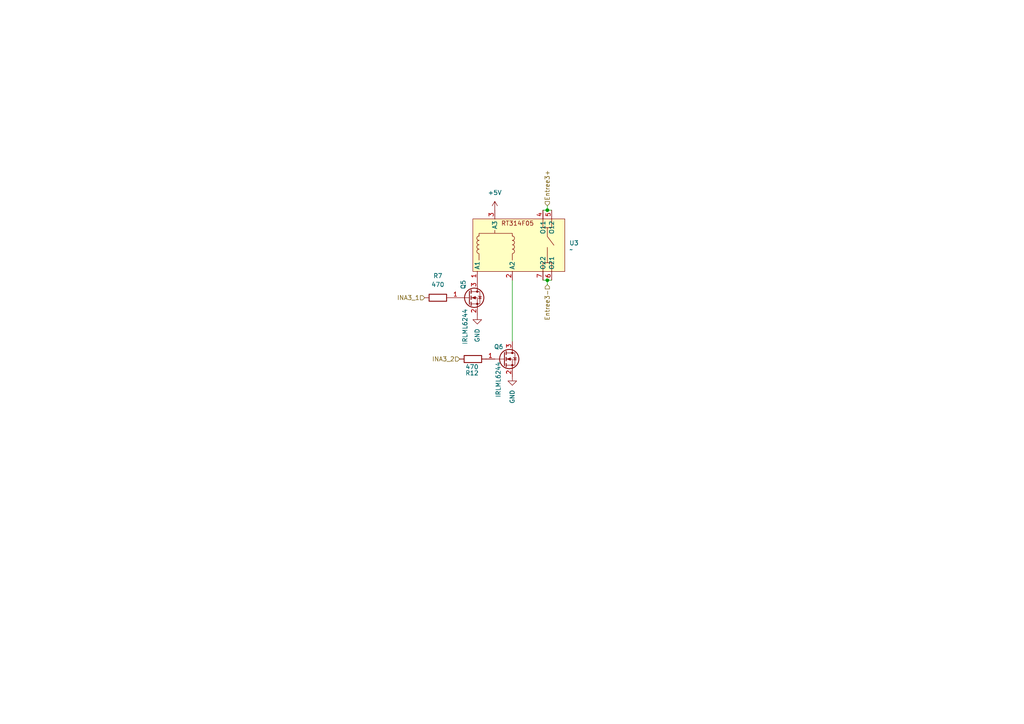
<source format=kicad_sch>
(kicad_sch (version 20250114) (generator "eeschema") (generator_version "9.0")
  (paper "A4")
  (lib_symbols
    (symbol "Device:R" (pin_numbers (hide yes)) (pin_names (offset 0))
      (property "Reference" "R" (at 2.032 0 90))
      (property "Value" "R" (at 0 0 90))
      (symbol "R_0_1"
        (rectangle (start -1.016 -2.54) (end 1.016 2.54) (stroke (width 0.254)))
      )
      (symbol "R_1_1"
        (pin passive line (at 0 3.81 270) (length 1.27) (name "~") (number "1"))
        (pin passive line (at 0 -3.81 90) (length 1.27) (name "~") (number "2"))
      )
    )
    (symbol "RT1_bistable:RT314F05_1"
      (property "Reference" "U" (at 0 0 0))
      (symbol "RT314F05_1_0_1"
        (polyline (pts (xy -16.002 2.667) (xy -16.002 3.429) (xy -6.35 3.429) (xy -6.35 2.667)))
        (arc (start -16.0047 1.397) (mid -16.637 2.032) (end -16.0047 2.667))
        (arc (start -16.0047 0.127) (mid -16.637 0.762) (end -16.0047 1.397))
        (arc (start -16.0047 -1.143) (mid -16.637 -0.508) (end -16.0047 0.127))
        (arc (start -16.0047 -2.413) (mid -16.637 -1.778) (end -16.0047 -1.143))
        (polyline (pts (xy -16.002 -2.54) (xy -16.002 -4.318)))
        (polyline (pts (xy -11.43 3.556) (xy -11.43 4.318)))
        (arc (start -6.3473 2.667) (mid -5.715 2.032) (end -6.3473 1.397))
        (arc (start -6.3473 1.397) (mid -5.715 0.762) (end -6.3473 0.127))
        (arc (start -6.3473 0.127) (mid -5.715 -0.508) (end -6.3473 -1.143))
        (arc (start -6.3473 -1.143) (mid -5.715 -1.778) (end -6.3473 -2.413))
        (polyline (pts (xy -6.35 -2.54) (xy -6.35 -4.318)))
        (polyline (pts (xy 2.54 7.62) (xy 2.54 5.08) (xy 5.08 5.08) (xy 5.08 7.62)))
        (polyline (pts (xy 2.54 -7.62) (xy 2.54 -5.08) (xy 5.08 -5.08) (xy 5.08 -7.62)))
        (polyline (pts (xy 3.81 5.08) (xy 3.81 2.54) (xy 5.715 0)))
        (polyline (pts (xy 3.81 -5.08) (xy 3.81 -0.635)))
      )
      (symbol "RT314F05_1_1_1"
        (rectangle (start -17.78 7.62) (end 8.89 -7.62) (fill (type color) (color 255 255 194 1)))
        (text "RT314F05" (at -4.826 6.35 0) (effects (font (size 1.27 1.27))))
        (pin input line (at -16.51 -10.16 90) (length 2.54) (name "A1") (number "1"))
        (pin input line (at -11.43 10.16 270) (length 2.54) (name "A3") (number "3"))
        (pin input line (at -6.35 -10.16 90) (length 2.54) (name "A2") (number "2"))
        (pin input line (at 2.54 10.16 270) (length 2.54) (name "O11") (number "4"))
        (pin input line (at 2.54 -10.16 90) (length 2.54) (name "O22") (number "7"))
        (pin input line (at 5.08 10.16 270) (length 2.54) (name "O12") (number "5"))
        (pin input line (at 5.08 -10.16 90) (length 2.54) (name "O21") (number "6"))
      )
    )
    (symbol "Transistor_FET:IRLML6244" (pin_names (hide yes))
      (property "Reference" "Q" (at 5.08 1.905 0))
      (property "Value" "IRLML6244" (at 5.08 0 0))
      (symbol "IRLML6244_0_1"
        (polyline (pts (xy 0.254 1.905) (xy 0.254 -1.905)) (stroke (width 0.254)))
        (polyline (pts (xy 0.254 0) (xy -2.54 0)))
        (polyline (pts (xy 0.762 2.286) (xy 0.762 1.27)) (stroke (width 0.254)))
        (polyline (pts (xy 0.762 0.508) (xy 0.762 -0.508)) (stroke (width 0.254)))
        (polyline (pts (xy 0.762 -1.27) (xy 0.762 -2.286)) (stroke (width 0.254)))
        (polyline (pts (xy 0.762 -1.778) (xy 3.302 -1.778) (xy 3.302 1.778) (xy 0.762 1.778)))
        (polyline (pts (xy 1.016 0) (xy 2.032 0.381) (xy 2.032 -0.381) (xy 1.016 0)) (fill (type outline)))
        (circle (center 1.651 0) (radius 2.794) (stroke (width 0.254)))
        (polyline (pts (xy 2.54 2.54) (xy 2.54 1.778)))
        (circle (center 2.54 1.778) (radius 0.254) (fill (type outline)))
        (circle (center 2.54 -1.778) (radius 0.254) (fill (type outline)))
        (polyline (pts (xy 2.54 -2.54) (xy 2.54 0) (xy 0.762 0)))
        (polyline (pts (xy 2.794 0.508) (xy 2.921 0.381) (xy 3.683 0.381) (xy 3.81 0.254)))
        (polyline (pts (xy 3.302 0.381) (xy 2.921 -0.254) (xy 3.683 -0.254) (xy 3.302 0.381)))
      )
      (symbol "IRLML6244_1_1"
        (pin input line (at -5.08 0 0) (length 2.54) (name "G") (number "1"))
        (pin passive line (at 2.54 5.08 270) (length 2.54) (name "D") (number "3"))
        (pin passive line (at 2.54 -5.08 90) (length 2.54) (name "S") (number "2"))
      )
    )
    (symbol "power:+5V" (power) (pin_numbers (hide yes)) (pin_names (offset 0) (hide yes))
      (property "Value" "+5V" (at 0 3.556 0))
      (symbol "+5V_0_1"
        (polyline (pts (xy -0.762 1.27) (xy 0 2.54)))
        (polyline (pts (xy 0 2.54) (xy 0.762 1.27)))
        (polyline (pts (xy 0 0) (xy 0 2.54)))
      )
      (symbol "+5V_1_1"
        (pin power_in line (at 0 0 90) (length 0) (name "~") (number "1"))
      )
    )
    (symbol "power:GND" (power) (pin_numbers (hide yes)) (pin_names (offset 0) (hide yes))
      (property "Value" "GND" (at 0 -3.81 0))
      (symbol "GND_0_1"
        (polyline (pts (xy 0 0) (xy 0 -1.27) (xy 1.27 -1.27) (xy 0 -2.54) (xy -1.27 -1.27) (xy 0 -1.27)))
      )
      (symbol "GND_1_1"
        (pin power_in line (at 0 0 270) (length 0) (name "~") (number "1"))
      )
    )
  )
  (junction (at 158.75 60.96))
  (junction (at 158.75 81.28))
  (wire (pts (xy 158.75 82.55) (xy 158.75 81.28)))
  (wire (pts (xy 158.75 81.28) (xy 160.02 81.28)))
  (wire (pts (xy 158.75 60.96) (xy 160.02 60.96)))
  (wire (pts (xy 148.59 99.06) (xy 148.59 81.28)))
  (wire (pts (xy 157.48 81.28) (xy 158.75 81.28)))
  (wire (pts (xy 157.48 60.96) (xy 158.75 60.96)))
  (wire (pts (xy 158.75 59.69) (xy 158.75 60.96)))
  (hierarchical_label "Entree3+" (shape input) (at 158.75 59.69 90))
  (hierarchical_label "INA3_1" (shape input) (at 123.19 86.36 180))
  (hierarchical_label "INA3_2" (shape input) (at 133.35 104.14 180))
  (hierarchical_label "Entree3-" (shape input) (at 158.75 82.55 270))
  (symbol (lib_id "Device:R") (at 137.16 104.14 90) (unit 1)
    (property "Reference" "R12" (at 136.906 108.204 90))
    (property "Value" "470" (at 136.906 106.426 90))
    (property "Footprint" "Resistor_SMD:R_0603_1608Metric_Pad0.98x0.95mm_HandSolder" (effects (hide yes)))
    (property "Description" "Resistor" (effects (hide yes)))
  )
  (symbol (lib_id "power:GND") (at 138.43 91.44 0) (unit 1)
    (property "Reference" "#PWR028" (effects (hide yes)))
    (property "Value" "GND" (at 138.4299 95.25 90) (effects (justify right)))
    (property "Description" "Power symbol creates a global label with name \"GND\" , ground" (effects (hide yes)))
  )
  (symbol (lib_id "Transistor_FET:IRLML6244") (at 146.05 104.14 0) (unit 1)
    (property "Reference" "Q6" (at 143.256 100.584 0) (effects (justify left)))
    (property "Value" "IRLML6244" (at 144.526 115.316 90) (effects (justify left)))
    (property "Footprint" "Package_TO_SOT_SMD:SOT-23" (effects (hide yes)))
    (property "Datasheet" "https://www.infineon.com/dgdl/Infineon-IRLML6244-DataSheet-v01_01-EN.pdf?fileId=5546d462533600a4015356686fed261f" (effects (hide yes)))
    (property "Description" "6.3A Id, 20V Vds, 21mOhm Rds, N-Channel StrongIRFET Power MOSFET, SOT-23" (effects (hide yes)))
  )
  (symbol (lib_id "Device:R") (at 127 86.36 90) (unit 1)
    (property "Reference" "R11" (at 127 80.01 90))
    (property "Value" "470" (at 127 82.55 90))
    (property "Footprint" "Resistor_SMD:R_0603_1608Metric_Pad0.98x0.95mm_HandSolder" (effects (hide yes)))
    (property "Description" "Resistor" (effects (hide yes)))
    (instances (project "" (path "" (reference "R7") (unit 1)) (path "" (reference "R9") (unit 1)) (path "" (reference "R11") (unit 1)) (path "" (reference "R13") (unit 1)) (path "" (reference "R15") (unit 1))))
  )
  (symbol (lib_id "Transistor_FET:IRLML6244") (at 135.89 86.36 0) (unit 1)
    (property "Reference" "Q5" (at 134.366 82.55 90))
    (property "Value" "IRLML6244" (at 134.874 94.742 90))
    (property "Footprint" "Package_TO_SOT_SMD:SOT-23" (effects (hide yes)))
    (property "Datasheet" "https://www.infineon.com/dgdl/Infineon-IRLML6244-DataSheet-v01_01-EN.pdf?fileId=5546d462533600a4015356686fed261f" (effects (hide yes)))
    (property "Description" "6.3A Id, 20V Vds, 21mOhm Rds, N-Channel StrongIRFET Power MOSFET, SOT-23" (effects (hide yes)))
  )
  (symbol (lib_id "RT1_bistable:RT314F05_1") (at 154.94 71.12 0) (unit 1)
    (property "Reference" "U5" (at 165.1 70.4849 0) (effects (justify left)))
    (property "Value" "~" (at 165.1 72.39 0) (effects (justify left)))
    (instances (project "" (path "" (reference "U3") (unit 1)) (path "" (reference "U4") (unit 1)) (path "" (reference "U5") (unit 1)) (path "" (reference "U6") (unit 1)) (path "" (reference "U7") (unit 1))))
  )
  (symbol (lib_id "power:GND") (at 148.59 109.22 0) (unit 1)
    (property "Reference" "#PWR030" (effects (hide yes)))
    (property "Value" "GND" (at 148.5899 113.03 90) (effects (justify right)))
    (property "Description" "Power symbol creates a global label with name \"GND\" , ground" (effects (hide yes)))
  )
  (symbol (lib_id "power:+5V") (at 143.51 60.96 0) (unit 1)
    (property "Reference" "#PWR029" (effects (hide yes)))
    (property "Value" "+5V" (at 143.51 55.88 0))
    (property "Description" "Power symbol creates a global label with name \"+5V\"" (effects (hide yes)))
  )
)
</source>
